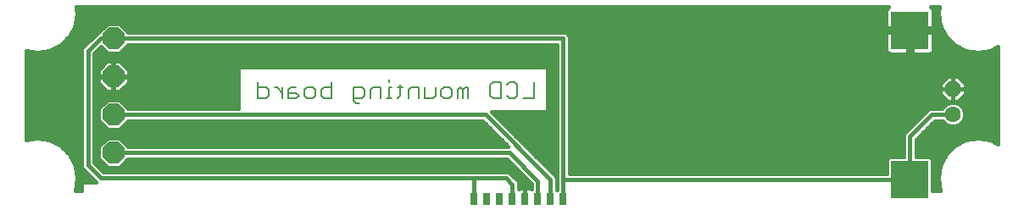
<source format=gbl>
G75*
%MOIN*%
%OFA0B0*%
%FSLAX25Y25*%
%IPPOS*%
%LPD*%
%AMOC8*
5,1,8,0,0,1.08239X$1,22.5*
%
%ADD10C,0.00600*%
%ADD11R,0.15024X0.15024*%
%ADD12R,0.02600X0.05000*%
%ADD13OC8,0.08500*%
%ADD14OC8,0.06300*%
%ADD15C,0.06300*%
%ADD16C,0.01600*%
%ADD17C,0.05750*%
D10*
X0140416Y0046300D02*
X0141484Y0045232D01*
X0142551Y0045232D01*
X0140416Y0046300D02*
X0140416Y0051637D01*
X0143619Y0051637D01*
X0144687Y0050570D01*
X0144687Y0048435D01*
X0143619Y0047367D01*
X0140416Y0047367D01*
X0146862Y0047367D02*
X0146862Y0050570D01*
X0147929Y0051637D01*
X0151132Y0051637D01*
X0151132Y0047367D01*
X0153294Y0047367D02*
X0155429Y0047367D01*
X0154361Y0047367D02*
X0154361Y0051637D01*
X0155429Y0051637D01*
X0157591Y0051637D02*
X0159726Y0051637D01*
X0158658Y0052705D02*
X0158658Y0048435D01*
X0157591Y0047367D01*
X0161901Y0047367D02*
X0161901Y0050570D01*
X0162969Y0051637D01*
X0166172Y0051637D01*
X0166172Y0047367D01*
X0168347Y0047367D02*
X0168347Y0051637D01*
X0172617Y0051637D02*
X0172617Y0048435D01*
X0171549Y0047367D01*
X0168347Y0047367D01*
X0174792Y0048435D02*
X0175860Y0047367D01*
X0177995Y0047367D01*
X0179063Y0048435D01*
X0179063Y0050570D01*
X0177995Y0051637D01*
X0175860Y0051637D01*
X0174792Y0050570D01*
X0174792Y0048435D01*
X0181238Y0047367D02*
X0181238Y0050570D01*
X0182305Y0051637D01*
X0183373Y0050570D01*
X0183373Y0047367D01*
X0185508Y0047367D02*
X0185508Y0051637D01*
X0184440Y0051637D01*
X0183373Y0050570D01*
X0194129Y0052705D02*
X0195196Y0053773D01*
X0198399Y0053773D01*
X0198399Y0047367D01*
X0195196Y0047367D01*
X0194129Y0048435D01*
X0194129Y0052705D01*
X0200574Y0052705D02*
X0201642Y0053773D01*
X0203777Y0053773D01*
X0204845Y0052705D01*
X0204845Y0048435D01*
X0203777Y0047367D01*
X0201642Y0047367D01*
X0200574Y0048435D01*
X0207020Y0047367D02*
X0211290Y0047367D01*
X0211290Y0053773D01*
X0154361Y0053773D02*
X0154361Y0054840D01*
X0131796Y0053773D02*
X0131796Y0047367D01*
X0128593Y0047367D01*
X0127525Y0048435D01*
X0127525Y0050570D01*
X0128593Y0051637D01*
X0131796Y0051637D01*
X0125350Y0050570D02*
X0125350Y0048435D01*
X0124282Y0047367D01*
X0122147Y0047367D01*
X0121080Y0048435D01*
X0121080Y0050570D01*
X0122147Y0051637D01*
X0124282Y0051637D01*
X0125350Y0050570D01*
X0118905Y0048435D02*
X0117837Y0049502D01*
X0114634Y0049502D01*
X0114634Y0050570D02*
X0114634Y0047367D01*
X0117837Y0047367D01*
X0118905Y0048435D01*
X0115702Y0051637D02*
X0114634Y0050570D01*
X0115702Y0051637D02*
X0117837Y0051637D01*
X0112459Y0051637D02*
X0112459Y0047367D01*
X0107088Y0048435D02*
X0107088Y0050570D01*
X0106020Y0051637D01*
X0102818Y0051637D01*
X0102818Y0053773D02*
X0102818Y0047367D01*
X0106020Y0047367D01*
X0107088Y0048435D01*
X0110324Y0051637D02*
X0112459Y0049502D01*
X0110324Y0051637D02*
X0109256Y0051637D01*
D11*
X0359067Y0074047D03*
X0359067Y0015317D03*
D12*
X0222817Y0007817D03*
X0217817Y0007817D03*
X0212817Y0007817D03*
X0207817Y0007817D03*
X0202817Y0007817D03*
X0197817Y0007817D03*
X0192817Y0007817D03*
X0187817Y0007817D03*
D13*
X0045942Y0025942D03*
X0045942Y0040942D03*
X0045942Y0055942D03*
X0045942Y0070942D03*
D14*
X0375942Y0050942D03*
D15*
X0375942Y0040942D03*
D16*
X0031684Y0015942D02*
X0030920Y0011117D01*
X0033267Y0011117D01*
X0033267Y0013773D01*
X0033736Y0014242D01*
X0039107Y0014242D01*
X0034526Y0018823D01*
X0034526Y0018823D01*
X0033823Y0019526D01*
X0033442Y0020445D01*
X0033442Y0066439D01*
X0033823Y0067358D01*
X0039526Y0073062D01*
X0040092Y0073296D01*
X0040092Y0073365D01*
X0043519Y0076792D01*
X0048365Y0076792D01*
X0051715Y0073442D01*
X0223314Y0073442D01*
X0224233Y0073062D01*
X0224937Y0072358D01*
X0225317Y0071439D01*
X0225317Y0017817D01*
X0349955Y0017817D01*
X0349955Y0023492D01*
X0350893Y0024429D01*
X0356567Y0024429D01*
X0356567Y0032689D01*
X0356948Y0033608D01*
X0357651Y0034312D01*
X0366401Y0043062D01*
X0367320Y0043442D01*
X0371836Y0043442D01*
X0371915Y0043633D01*
X0373251Y0044969D01*
X0374997Y0045692D01*
X0376887Y0045692D01*
X0378633Y0044969D01*
X0379969Y0043633D01*
X0380692Y0041887D01*
X0380692Y0039997D01*
X0379969Y0038251D01*
X0378633Y0036915D01*
X0376887Y0036192D01*
X0374997Y0036192D01*
X0373251Y0036915D01*
X0371915Y0038251D01*
X0371836Y0038442D01*
X0368853Y0038442D01*
X0361567Y0031157D01*
X0361567Y0024429D01*
X0367242Y0024429D01*
X0368179Y0023492D01*
X0368179Y0011117D01*
X0370964Y0011117D01*
X0370200Y0015942D01*
X0370200Y0015942D01*
X0370970Y0020807D01*
X0370970Y0020807D01*
X0373206Y0025195D01*
X0373206Y0025195D01*
X0376689Y0028678D01*
X0376689Y0028678D01*
X0381078Y0030914D01*
X0381078Y0030914D01*
X0385942Y0031684D01*
X0385942Y0031684D01*
X0390807Y0030914D01*
X0390807Y0030914D01*
X0393843Y0029367D01*
X0393843Y0067518D01*
X0390807Y0065970D01*
X0390807Y0065970D01*
X0385942Y0065200D01*
X0385942Y0065200D01*
X0381078Y0065970D01*
X0376689Y0068206D01*
X0373206Y0071689D01*
X0373206Y0071689D01*
X0370970Y0076078D01*
X0370970Y0076078D01*
X0370200Y0080942D01*
X0370200Y0080942D01*
X0370560Y0083218D01*
X0367306Y0083218D01*
X0367684Y0083000D01*
X0368019Y0082664D01*
X0368256Y0082254D01*
X0368379Y0081796D01*
X0368379Y0074847D01*
X0359867Y0074847D01*
X0359867Y0073247D01*
X0359867Y0064736D01*
X0366816Y0064736D01*
X0367274Y0064858D01*
X0367684Y0065095D01*
X0368019Y0065430D01*
X0368256Y0065841D01*
X0368379Y0066299D01*
X0368379Y0073247D01*
X0359867Y0073247D01*
X0358267Y0073247D01*
X0358267Y0064736D01*
X0351318Y0064736D01*
X0350861Y0064858D01*
X0350450Y0065095D01*
X0350115Y0065430D01*
X0349878Y0065841D01*
X0349755Y0066299D01*
X0349755Y0073247D01*
X0358267Y0073247D01*
X0358267Y0074847D01*
X0349755Y0074847D01*
X0349755Y0081796D01*
X0349878Y0082254D01*
X0350115Y0082664D01*
X0350450Y0083000D01*
X0350828Y0083218D01*
X0031324Y0083218D01*
X0031684Y0080942D01*
X0030914Y0076078D01*
X0030914Y0076078D01*
X0028678Y0071689D01*
X0028678Y0071689D01*
X0025195Y0068206D01*
X0025195Y0068206D01*
X0020807Y0065970D01*
X0020807Y0065970D01*
X0015942Y0065200D01*
X0015942Y0065200D01*
X0011742Y0065865D01*
X0011742Y0031019D01*
X0015942Y0031684D01*
X0015942Y0031684D01*
X0020807Y0030914D01*
X0020807Y0030914D01*
X0025195Y0028678D01*
X0025195Y0028678D01*
X0028678Y0025195D01*
X0028678Y0025195D01*
X0030914Y0020807D01*
X0030914Y0020807D01*
X0031684Y0015942D01*
X0031595Y0016507D02*
X0036842Y0016507D01*
X0040942Y0015942D02*
X0035942Y0020942D01*
X0035942Y0065942D01*
X0040942Y0070942D01*
X0045942Y0070942D01*
X0222817Y0070942D01*
X0222817Y0015942D01*
X0223442Y0015317D01*
X0359067Y0015317D01*
X0359067Y0032192D01*
X0367817Y0040942D01*
X0375942Y0040942D01*
X0380692Y0040484D02*
X0393843Y0040484D01*
X0393843Y0042083D02*
X0380611Y0042083D01*
X0379920Y0043681D02*
X0393843Y0043681D01*
X0393843Y0045280D02*
X0377882Y0045280D01*
X0377992Y0045992D02*
X0380892Y0048892D01*
X0380892Y0050942D01*
X0375942Y0050942D01*
X0370992Y0050942D01*
X0370992Y0048892D01*
X0373892Y0045992D01*
X0375942Y0045992D01*
X0375942Y0050942D01*
X0375942Y0050942D01*
X0375942Y0050942D01*
X0370992Y0050942D01*
X0370992Y0052992D01*
X0373892Y0055892D01*
X0375942Y0055892D01*
X0375942Y0050942D01*
X0375942Y0045992D01*
X0377992Y0045992D01*
X0378879Y0046878D02*
X0393843Y0046878D01*
X0393843Y0048477D02*
X0380477Y0048477D01*
X0380892Y0050075D02*
X0393843Y0050075D01*
X0393843Y0051674D02*
X0380892Y0051674D01*
X0380892Y0050942D02*
X0375942Y0050942D01*
X0375942Y0050942D01*
X0375942Y0050942D01*
X0375942Y0055892D01*
X0377992Y0055892D01*
X0380892Y0052992D01*
X0380892Y0050942D01*
X0375942Y0051674D02*
X0375942Y0051674D01*
X0375942Y0053272D02*
X0375942Y0053272D01*
X0371272Y0053272D02*
X0225317Y0053272D01*
X0225317Y0051674D02*
X0370992Y0051674D01*
X0370992Y0050075D02*
X0225317Y0050075D01*
X0225317Y0048477D02*
X0371407Y0048477D01*
X0375942Y0048477D02*
X0375942Y0048477D01*
X0375942Y0050075D02*
X0375942Y0050075D01*
X0375942Y0046878D02*
X0375942Y0046878D01*
X0374002Y0045280D02*
X0225317Y0045280D01*
X0225317Y0046878D02*
X0373005Y0046878D01*
X0371964Y0043681D02*
X0225317Y0043681D01*
X0225317Y0042083D02*
X0365422Y0042083D01*
X0363824Y0040484D02*
X0225317Y0040484D01*
X0225317Y0038886D02*
X0362225Y0038886D01*
X0360627Y0037287D02*
X0225317Y0037287D01*
X0225317Y0035689D02*
X0359028Y0035689D01*
X0357430Y0034090D02*
X0225317Y0034090D01*
X0225317Y0032492D02*
X0356567Y0032492D01*
X0356567Y0030893D02*
X0225317Y0030893D01*
X0225317Y0029295D02*
X0356567Y0029295D01*
X0361567Y0029295D02*
X0377900Y0029295D01*
X0381037Y0030893D02*
X0361567Y0030893D01*
X0362902Y0032492D02*
X0393843Y0032492D01*
X0393843Y0034090D02*
X0364501Y0034090D01*
X0366099Y0035689D02*
X0393843Y0035689D01*
X0393843Y0037287D02*
X0379005Y0037287D01*
X0380232Y0038886D02*
X0393843Y0038886D01*
X0372879Y0037287D02*
X0367698Y0037287D01*
X0390847Y0030893D02*
X0393843Y0030893D01*
X0375708Y0027696D02*
X0361567Y0027696D01*
X0356567Y0027696D02*
X0225317Y0027696D01*
X0225317Y0026098D02*
X0356567Y0026098D01*
X0356567Y0024499D02*
X0225317Y0024499D01*
X0225317Y0022901D02*
X0349955Y0022901D01*
X0349955Y0021302D02*
X0225317Y0021302D01*
X0225317Y0019704D02*
X0349955Y0019704D01*
X0349955Y0018105D02*
X0225317Y0018105D01*
X0220317Y0018105D02*
X0218565Y0018105D01*
X0219233Y0017437D02*
X0194653Y0042017D01*
X0216273Y0042017D01*
X0216742Y0042486D01*
X0216742Y0059330D01*
X0216273Y0059798D01*
X0095611Y0059798D01*
X0095142Y0059330D01*
X0095142Y0043442D01*
X0051715Y0043442D01*
X0048365Y0046792D01*
X0043519Y0046792D01*
X0040092Y0043365D01*
X0040092Y0038519D01*
X0043519Y0035092D01*
X0048365Y0035092D01*
X0051715Y0038442D01*
X0191157Y0038442D01*
X0201157Y0028442D01*
X0051715Y0028442D01*
X0048365Y0031792D01*
X0043519Y0031792D01*
X0040092Y0028365D01*
X0040092Y0023519D01*
X0043519Y0020092D01*
X0048365Y0020092D01*
X0051715Y0023442D01*
X0200532Y0023442D01*
X0210317Y0013657D01*
X0210317Y0011663D01*
X0210222Y0011757D01*
X0209812Y0011994D01*
X0209354Y0012117D01*
X0207817Y0012117D01*
X0206280Y0012117D01*
X0205822Y0011994D01*
X0205412Y0011757D01*
X0205317Y0011663D01*
X0205317Y0013939D01*
X0204937Y0014858D01*
X0204233Y0015562D01*
X0201733Y0018062D01*
X0200814Y0018442D01*
X0041978Y0018442D01*
X0038442Y0021978D01*
X0038442Y0064907D01*
X0041073Y0067538D01*
X0043519Y0065092D01*
X0048365Y0065092D01*
X0051715Y0068442D01*
X0220317Y0068442D01*
X0220317Y0011380D01*
X0220317Y0015814D01*
X0219937Y0016733D01*
X0219233Y0017437D01*
X0220030Y0016507D02*
X0220317Y0016507D01*
X0222817Y0015942D02*
X0222817Y0007817D01*
X0217817Y0007817D02*
X0217817Y0015317D01*
X0192192Y0040942D01*
X0045942Y0040942D01*
X0040092Y0040484D02*
X0038442Y0040484D01*
X0038442Y0042083D02*
X0040092Y0042083D01*
X0033442Y0042083D02*
X0011742Y0042083D01*
X0011742Y0040484D02*
X0033442Y0040484D01*
X0033442Y0038886D02*
X0011742Y0038886D01*
X0011742Y0037287D02*
X0033442Y0037287D01*
X0038442Y0037287D02*
X0041324Y0037287D01*
X0040092Y0038886D02*
X0038442Y0038886D01*
X0038442Y0035689D02*
X0042922Y0035689D01*
X0038442Y0034090D02*
X0195508Y0034090D01*
X0197107Y0032492D02*
X0038442Y0032492D01*
X0033442Y0032492D02*
X0011742Y0032492D01*
X0011742Y0034090D02*
X0033442Y0034090D01*
X0033442Y0035689D02*
X0011742Y0035689D01*
X0020847Y0030893D02*
X0033442Y0030893D01*
X0033442Y0029295D02*
X0023984Y0029295D01*
X0026177Y0027696D02*
X0033442Y0027696D01*
X0038442Y0027696D02*
X0040092Y0027696D01*
X0040092Y0026098D02*
X0038442Y0026098D01*
X0038442Y0024499D02*
X0040092Y0024499D01*
X0033442Y0024499D02*
X0029032Y0024499D01*
X0027775Y0026098D02*
X0033442Y0026098D01*
X0033442Y0022901D02*
X0029847Y0022901D01*
X0030661Y0021302D02*
X0033442Y0021302D01*
X0038442Y0022901D02*
X0040710Y0022901D01*
X0039118Y0021302D02*
X0042309Y0021302D01*
X0040716Y0019704D02*
X0204270Y0019704D01*
X0205868Y0018105D02*
X0201628Y0018105D01*
X0203288Y0016507D02*
X0207467Y0016507D01*
X0209066Y0014908D02*
X0204887Y0014908D01*
X0205317Y0013310D02*
X0210317Y0013310D01*
X0207817Y0012192D02*
X0207817Y0007817D01*
X0202817Y0007817D02*
X0202817Y0013442D01*
X0200317Y0015942D01*
X0188442Y0015942D01*
X0187817Y0015317D01*
X0187817Y0007817D01*
X0205317Y0011711D02*
X0205366Y0011711D01*
X0207192Y0012817D02*
X0207817Y0012192D01*
X0207817Y0012117D02*
X0207817Y0011117D01*
X0207817Y0011117D01*
X0207817Y0012117D01*
X0207817Y0011711D02*
X0207817Y0011711D01*
X0210269Y0011711D02*
X0210317Y0011711D01*
X0220317Y0011711D02*
X0220317Y0011711D01*
X0220317Y0011380D02*
X0220317Y0011380D01*
X0220317Y0013310D02*
X0220317Y0013310D01*
X0220317Y0014908D02*
X0220317Y0014908D01*
X0212817Y0014692D02*
X0212817Y0007817D01*
X0212817Y0014692D02*
X0201567Y0025942D01*
X0045942Y0025942D01*
X0051174Y0022901D02*
X0201073Y0022901D01*
X0202671Y0021302D02*
X0049575Y0021302D01*
X0035244Y0018105D02*
X0031342Y0018105D01*
X0031088Y0019704D02*
X0033749Y0019704D01*
X0040942Y0015942D02*
X0188442Y0015942D01*
X0213769Y0022901D02*
X0220317Y0022901D01*
X0220317Y0021302D02*
X0215368Y0021302D01*
X0216966Y0019704D02*
X0220317Y0019704D01*
X0220317Y0024499D02*
X0212171Y0024499D01*
X0210572Y0026098D02*
X0220317Y0026098D01*
X0220317Y0027696D02*
X0208973Y0027696D01*
X0207375Y0029295D02*
X0220317Y0029295D01*
X0220317Y0030893D02*
X0205776Y0030893D01*
X0204178Y0032492D02*
X0220317Y0032492D01*
X0220317Y0034090D02*
X0202579Y0034090D01*
X0200981Y0035689D02*
X0220317Y0035689D01*
X0220317Y0037287D02*
X0199382Y0037287D01*
X0197784Y0038886D02*
X0220317Y0038886D01*
X0220317Y0040484D02*
X0196185Y0040484D01*
X0192311Y0037287D02*
X0050560Y0037287D01*
X0048962Y0035689D02*
X0193910Y0035689D01*
X0198705Y0030893D02*
X0049264Y0030893D01*
X0050863Y0029295D02*
X0200304Y0029295D01*
X0216339Y0042083D02*
X0220317Y0042083D01*
X0220317Y0043681D02*
X0216742Y0043681D01*
X0216742Y0045280D02*
X0220317Y0045280D01*
X0220317Y0046878D02*
X0216742Y0046878D01*
X0216742Y0048477D02*
X0220317Y0048477D01*
X0220317Y0050075D02*
X0216742Y0050075D01*
X0216742Y0051674D02*
X0220317Y0051674D01*
X0220317Y0053272D02*
X0216742Y0053272D01*
X0216742Y0054871D02*
X0220317Y0054871D01*
X0220317Y0056469D02*
X0216742Y0056469D01*
X0216742Y0058068D02*
X0220317Y0058068D01*
X0220317Y0059667D02*
X0216405Y0059667D01*
X0220317Y0061265D02*
X0049175Y0061265D01*
X0048448Y0061992D02*
X0046142Y0061992D01*
X0046142Y0056142D01*
X0051992Y0056142D01*
X0051992Y0058448D01*
X0048448Y0061992D01*
X0046142Y0061265D02*
X0045742Y0061265D01*
X0045742Y0061992D02*
X0043436Y0061992D01*
X0039892Y0058448D01*
X0039892Y0056142D01*
X0045742Y0056142D01*
X0045742Y0055742D01*
X0046142Y0055742D01*
X0046142Y0049892D01*
X0048448Y0049892D01*
X0051992Y0053436D01*
X0051992Y0055742D01*
X0046142Y0055742D01*
X0046142Y0056142D01*
X0045742Y0056142D01*
X0045742Y0061992D01*
X0042709Y0061265D02*
X0038442Y0061265D01*
X0038442Y0059667D02*
X0041111Y0059667D01*
X0045742Y0059667D02*
X0046142Y0059667D01*
X0050774Y0059667D02*
X0095479Y0059667D01*
X0095142Y0058068D02*
X0051992Y0058068D01*
X0051992Y0056469D02*
X0095142Y0056469D01*
X0095142Y0054871D02*
X0051992Y0054871D01*
X0046142Y0054871D02*
X0045742Y0054871D01*
X0045742Y0055742D02*
X0045742Y0049892D01*
X0043436Y0049892D01*
X0039892Y0053436D01*
X0039892Y0055742D01*
X0045742Y0055742D01*
X0045742Y0056469D02*
X0046142Y0056469D01*
X0046142Y0058068D02*
X0045742Y0058068D01*
X0039892Y0058068D02*
X0038442Y0058068D01*
X0038442Y0056469D02*
X0039892Y0056469D01*
X0033442Y0056469D02*
X0011742Y0056469D01*
X0011742Y0058068D02*
X0033442Y0058068D01*
X0033442Y0059667D02*
X0011742Y0059667D01*
X0011742Y0061265D02*
X0033442Y0061265D01*
X0033442Y0062864D02*
X0011742Y0062864D01*
X0011742Y0064462D02*
X0033442Y0064462D01*
X0033442Y0066061D02*
X0020984Y0066061D01*
X0024121Y0067659D02*
X0034124Y0067659D01*
X0035722Y0069258D02*
X0026246Y0069258D01*
X0027845Y0070856D02*
X0037321Y0070856D01*
X0038919Y0072455D02*
X0029068Y0072455D01*
X0029882Y0074053D02*
X0040780Y0074053D01*
X0042378Y0075652D02*
X0030697Y0075652D01*
X0031099Y0077250D02*
X0349755Y0077250D01*
X0349755Y0075652D02*
X0049506Y0075652D01*
X0051104Y0074053D02*
X0358267Y0074053D01*
X0358267Y0072455D02*
X0359867Y0072455D01*
X0359867Y0074053D02*
X0372002Y0074053D01*
X0372816Y0072455D02*
X0368379Y0072455D01*
X0368379Y0070856D02*
X0374040Y0070856D01*
X0375638Y0069258D02*
X0368379Y0069258D01*
X0368379Y0067659D02*
X0377763Y0067659D01*
X0380901Y0066061D02*
X0368315Y0066061D01*
X0359867Y0066061D02*
X0358267Y0066061D01*
X0358267Y0067659D02*
X0359867Y0067659D01*
X0359867Y0069258D02*
X0358267Y0069258D01*
X0358267Y0070856D02*
X0359867Y0070856D01*
X0349755Y0070856D02*
X0225317Y0070856D01*
X0225317Y0069258D02*
X0349755Y0069258D01*
X0349755Y0067659D02*
X0225317Y0067659D01*
X0225317Y0066061D02*
X0349819Y0066061D01*
X0349755Y0072455D02*
X0224840Y0072455D01*
X0220317Y0067659D02*
X0050932Y0067659D01*
X0049334Y0066061D02*
X0220317Y0066061D01*
X0220317Y0064462D02*
X0038442Y0064462D01*
X0039596Y0066061D02*
X0042551Y0066061D01*
X0038442Y0062864D02*
X0220317Y0062864D01*
X0225317Y0062864D02*
X0393843Y0062864D01*
X0393843Y0064462D02*
X0225317Y0064462D01*
X0225317Y0061265D02*
X0393843Y0061265D01*
X0393843Y0059667D02*
X0225317Y0059667D01*
X0225317Y0058068D02*
X0393843Y0058068D01*
X0393843Y0056469D02*
X0225317Y0056469D01*
X0225317Y0054871D02*
X0372871Y0054871D01*
X0375942Y0054871D02*
X0375942Y0054871D01*
X0379014Y0054871D02*
X0393843Y0054871D01*
X0393843Y0053272D02*
X0380612Y0053272D01*
X0390984Y0066061D02*
X0393843Y0066061D01*
X0371187Y0075652D02*
X0368379Y0075652D01*
X0368379Y0077250D02*
X0370785Y0077250D01*
X0370532Y0078849D02*
X0368379Y0078849D01*
X0368379Y0080447D02*
X0370278Y0080447D01*
X0370375Y0082046D02*
X0368312Y0082046D01*
X0349822Y0082046D02*
X0031509Y0082046D01*
X0031606Y0080447D02*
X0349755Y0080447D01*
X0349755Y0078849D02*
X0031353Y0078849D01*
X0033442Y0054871D02*
X0011742Y0054871D01*
X0011742Y0053272D02*
X0033442Y0053272D01*
X0033442Y0051674D02*
X0011742Y0051674D01*
X0011742Y0050075D02*
X0033442Y0050075D01*
X0033442Y0048477D02*
X0011742Y0048477D01*
X0011742Y0046878D02*
X0033442Y0046878D01*
X0033442Y0045280D02*
X0011742Y0045280D01*
X0011742Y0043681D02*
X0033442Y0043681D01*
X0038442Y0043681D02*
X0040408Y0043681D01*
X0042007Y0045280D02*
X0038442Y0045280D01*
X0038442Y0046878D02*
X0095142Y0046878D01*
X0095142Y0045280D02*
X0049877Y0045280D01*
X0051476Y0043681D02*
X0095142Y0043681D01*
X0095142Y0048477D02*
X0038442Y0048477D01*
X0038442Y0050075D02*
X0043253Y0050075D01*
X0045742Y0050075D02*
X0046142Y0050075D01*
X0048631Y0050075D02*
X0095142Y0050075D01*
X0095142Y0051674D02*
X0050230Y0051674D01*
X0051828Y0053272D02*
X0095142Y0053272D01*
X0046142Y0053272D02*
X0045742Y0053272D01*
X0045742Y0051674D02*
X0046142Y0051674D01*
X0041654Y0051674D02*
X0038442Y0051674D01*
X0038442Y0053272D02*
X0040056Y0053272D01*
X0039892Y0054871D02*
X0038442Y0054871D01*
X0038442Y0030893D02*
X0042620Y0030893D01*
X0041022Y0029295D02*
X0038442Y0029295D01*
X0038441Y0014908D02*
X0031520Y0014908D01*
X0031267Y0013310D02*
X0033267Y0013310D01*
X0033267Y0011711D02*
X0031014Y0011711D01*
X0361567Y0024499D02*
X0372852Y0024499D01*
X0374109Y0026098D02*
X0361567Y0026098D01*
X0368179Y0022901D02*
X0372037Y0022901D01*
X0371223Y0021302D02*
X0368179Y0021302D01*
X0368179Y0019704D02*
X0370796Y0019704D01*
X0370543Y0018105D02*
X0368179Y0018105D01*
X0368179Y0016507D02*
X0370289Y0016507D01*
X0370364Y0014908D02*
X0368179Y0014908D01*
X0368179Y0013310D02*
X0370617Y0013310D01*
X0370870Y0011711D02*
X0368179Y0011711D01*
D17*
X0060942Y0060942D03*
X0060942Y0080942D03*
M02*

</source>
